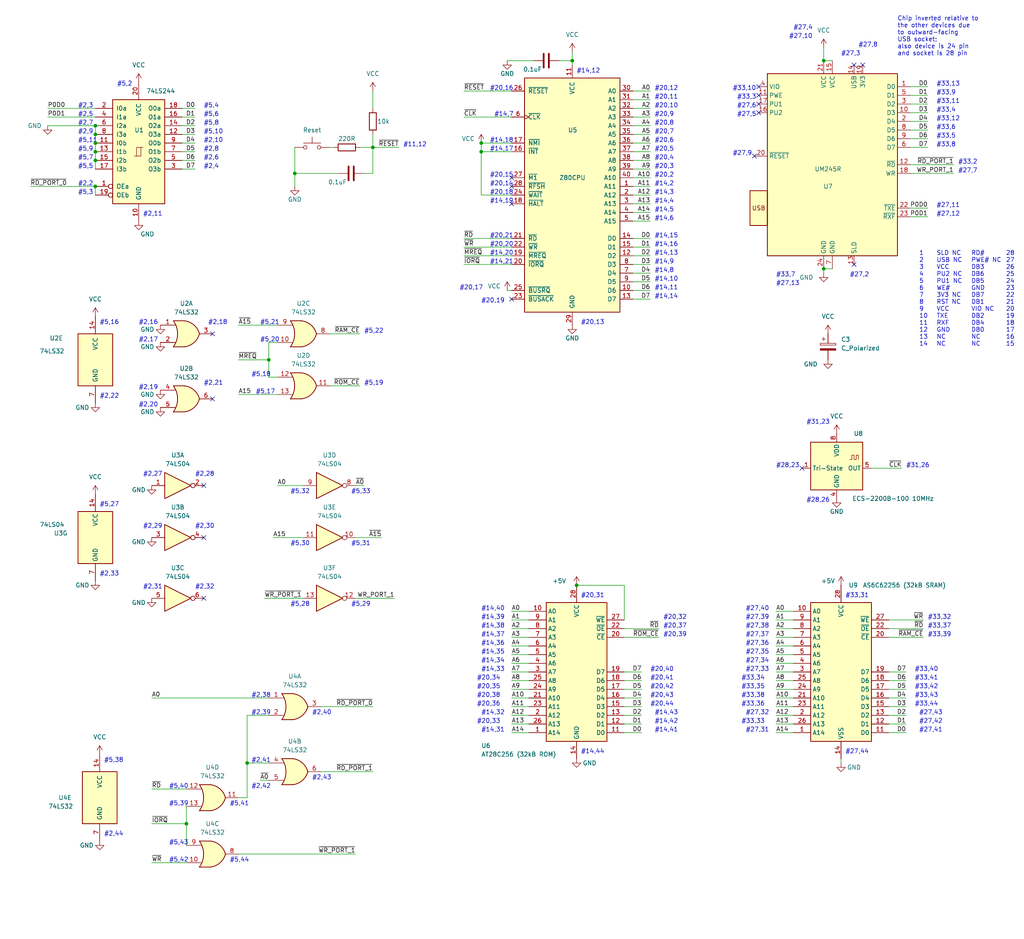
<source format=kicad_sch>
(kicad_sch (version 20230121) (generator eeschema)
  (paper "User" 299.999 275.006)
  (junction (at 54.61 241.3))
  (junction (at 140.97 41.91))
  (junction (at 167.64 17.78))
  (junction (at 27.94 41.91))
  (junction (at 78.74 105.41))
  (junction (at 86.36 50.8))
  (junction (at 27.94 46.99))
  (junction (at 27.94 39.37))
  (junction (at 241.3 17.78))
  (junction (at 109.22 43.18))
  (junction (at 27.94 54.61))
  (junction (at 140.97 44.45))
  (junction (at 241.3 78.74))
  (junction (at 27.94 36.83))
  (junction (at 72.39 223.52))
  (junction (at 27.94 44.45))
  (junction (at 168.91 171.45))
  (no_connect (at 59.69 175.26))
  (no_connect (at 62.23 97.79))
  (no_connect (at 222.25 30.48))
  (no_connect (at 222.25 27.94))
  (no_connect (at 222.25 33.02))
  (no_connect (at 149.86 87.63))
  (no_connect (at 252.73 19.05))
  (no_connect (at 250.19 19.05))
  (no_connect (at 149.86 52.07))
  (no_connect (at 220.98 45.72))
  (no_connect (at 250.19 77.47))
  (no_connect (at 59.69 142.24))
  (no_connect (at 62.23 116.84))
  (no_connect (at 149.86 54.61))
  (no_connect (at 59.69 157.48))
  (no_connect (at 149.86 59.69))
  (no_connect (at 222.25 25.4))
  (no_connect (at 234.95 137.16))
  (wire (pts (xy 53.34 41.91) (xy 57.15 41.91)))
  (wire (pts (xy 140.97 41.91) (xy 149.86 41.91)))
  (wire (pts (xy 185.42 77.47) (xy 190.5 77.47)))
  (wire (pts (xy 232.41 184.15) (xy 227.33 184.15)))
  (wire (pts (xy 266.7 27.94) (xy 271.78 27.94)))
  (wire (pts (xy 266.7 30.48) (xy 271.78 30.48)))
  (wire (pts (xy 185.42 41.91) (xy 190.5 41.91)))
  (wire (pts (xy 135.89 34.29) (xy 149.86 34.29)))
  (wire (pts (xy 182.88 196.85) (xy 187.96 196.85)))
  (wire (pts (xy 154.94 189.23) (xy 149.86 189.23)))
  (wire (pts (xy 148.59 17.78) (xy 156.21 17.78)))
  (wire (pts (xy 185.42 62.23) (xy 190.5 62.23)))
  (wire (pts (xy 76.2 228.6) (xy 78.74 228.6)))
  (wire (pts (xy 44.45 204.47) (xy 78.74 204.47)))
  (wire (pts (xy 232.41 207.01) (xy 227.33 207.01)))
  (wire (pts (xy 135.89 26.67) (xy 149.86 26.67)))
  (wire (pts (xy 260.35 214.63) (xy 265.43 214.63)))
  (wire (pts (xy 149.86 85.09) (xy 148.59 85.09)))
  (wire (pts (xy 154.94 199.39) (xy 149.86 199.39)))
  (wire (pts (xy 54.61 236.22) (xy 54.61 241.3)))
  (wire (pts (xy 185.42 34.29) (xy 190.5 34.29)))
  (wire (pts (xy 266.7 43.18) (xy 271.78 43.18)))
  (wire (pts (xy 182.88 201.93) (xy 187.96 201.93)))
  (wire (pts (xy 53.34 34.29) (xy 57.15 34.29)))
  (wire (pts (xy 232.41 189.23) (xy 227.33 189.23)))
  (wire (pts (xy 185.42 29.21) (xy 190.5 29.21)))
  (wire (pts (xy 232.41 204.47) (xy 227.33 204.47)))
  (wire (pts (xy 185.42 39.37) (xy 190.5 39.37)))
  (wire (pts (xy 27.94 46.99) (xy 27.94 49.53)))
  (wire (pts (xy 185.42 36.83) (xy 190.5 36.83)))
  (wire (pts (xy 13.97 34.29) (xy 27.94 34.29)))
  (wire (pts (xy 241.3 17.78) (xy 243.84 17.78)))
  (wire (pts (xy 44.45 252.73) (xy 54.61 252.73)))
  (wire (pts (xy 167.64 17.78) (xy 167.64 19.05)))
  (wire (pts (xy 96.52 97.79) (xy 105.41 97.79)))
  (wire (pts (xy 182.88 184.15) (xy 193.04 184.15)))
  (wire (pts (xy 54.61 241.3) (xy 54.61 247.65)))
  (wire (pts (xy 135.89 72.39) (xy 149.86 72.39)))
  (wire (pts (xy 86.36 54.61) (xy 86.36 50.8)))
  (wire (pts (xy 86.36 50.8) (xy 99.06 50.8)))
  (wire (pts (xy 96.52 113.03) (xy 105.41 113.03)))
  (wire (pts (xy 13.97 36.83) (xy 27.94 36.83)))
  (wire (pts (xy 266.7 50.8) (xy 279.4 50.8)))
  (wire (pts (xy 109.22 43.18) (xy 116.84 43.18)))
  (wire (pts (xy 241.3 78.74) (xy 243.84 78.74)))
  (wire (pts (xy 53.34 49.53) (xy 57.15 49.53)))
  (wire (pts (xy 260.35 186.69) (xy 270.51 186.69)))
  (wire (pts (xy 260.35 201.93) (xy 265.43 201.93)))
  (wire (pts (xy 44.45 231.14) (xy 54.61 231.14)))
  (wire (pts (xy 104.14 157.48) (xy 111.76 157.48)))
  (wire (pts (xy 260.35 196.85) (xy 265.43 196.85)))
  (wire (pts (xy 185.42 72.39) (xy 190.5 72.39)))
  (wire (pts (xy 81.28 142.24) (xy 88.9 142.24)))
  (wire (pts (xy 260.35 184.15) (xy 270.51 184.15)))
  (wire (pts (xy 140.97 44.45) (xy 149.86 44.45)))
  (wire (pts (xy 266.7 63.5) (xy 271.78 63.5)))
  (wire (pts (xy 185.42 82.55) (xy 190.5 82.55)))
  (wire (pts (xy 246.38 223.52) (xy 246.38 222.25)))
  (wire (pts (xy 78.74 209.55) (xy 72.39 209.55)))
  (wire (pts (xy 72.39 223.52) (xy 72.39 233.68)))
  (wire (pts (xy 185.42 85.09) (xy 190.5 85.09)))
  (wire (pts (xy 53.34 31.75) (xy 57.15 31.75)))
  (wire (pts (xy 154.94 179.07) (xy 149.86 179.07)))
  (wire (pts (xy 154.94 191.77) (xy 149.86 191.77)))
  (wire (pts (xy 27.94 46.99) (xy 27.94 44.45)))
  (wire (pts (xy 104.14 175.26) (xy 115.57 175.26)))
  (wire (pts (xy 106.68 50.8) (xy 109.22 50.8)))
  (wire (pts (xy 182.88 212.09) (xy 187.96 212.09)))
  (wire (pts (xy 260.35 181.61) (xy 270.51 181.61)))
  (wire (pts (xy 149.86 57.15) (xy 140.97 57.15)))
  (wire (pts (xy 266.7 48.26) (xy 279.4 48.26)))
  (wire (pts (xy 135.89 69.85) (xy 149.86 69.85)))
  (wire (pts (xy 185.42 46.99) (xy 190.5 46.99)))
  (wire (pts (xy 86.36 43.18) (xy 86.36 50.8)))
  (wire (pts (xy 232.41 194.31) (xy 227.33 194.31)))
  (wire (pts (xy 135.89 77.47) (xy 149.86 77.47)))
  (wire (pts (xy 78.74 105.41) (xy 78.74 110.49)))
  (wire (pts (xy 182.88 181.61) (xy 182.88 171.45)))
  (wire (pts (xy 241.3 13.97) (xy 241.3 17.78)))
  (wire (pts (xy 8.89 54.61) (xy 27.94 54.61)))
  (wire (pts (xy 182.88 214.63) (xy 187.96 214.63)))
  (wire (pts (xy 104.14 142.24) (xy 106.68 142.24)))
  (wire (pts (xy 266.7 35.56) (xy 271.78 35.56)))
  (wire (pts (xy 69.85 105.41) (xy 78.74 105.41)))
  (wire (pts (xy 266.7 25.4) (xy 271.78 25.4)))
  (wire (pts (xy 163.83 17.78) (xy 167.64 17.78)))
  (wire (pts (xy 185.42 26.67) (xy 190.5 26.67)))
  (wire (pts (xy 232.41 191.77) (xy 227.33 191.77)))
  (wire (pts (xy 81.28 100.33) (xy 78.74 100.33)))
  (wire (pts (xy 140.97 44.45) (xy 140.97 41.91)))
  (wire (pts (xy 53.34 44.45) (xy 57.15 44.45)))
  (wire (pts (xy 154.94 194.31) (xy 149.86 194.31)))
  (wire (pts (xy 182.88 186.69) (xy 193.04 186.69)))
  (wire (pts (xy 185.42 74.93) (xy 190.5 74.93)))
  (wire (pts (xy 69.85 115.57) (xy 81.28 115.57)))
  (wire (pts (xy 260.35 209.55) (xy 265.43 209.55)))
  (wire (pts (xy 182.88 199.39) (xy 187.96 199.39)))
  (wire (pts (xy 154.94 204.47) (xy 149.86 204.47)))
  (wire (pts (xy 105.41 43.18) (xy 109.22 43.18)))
  (wire (pts (xy 72.39 223.52) (xy 78.74 223.52)))
  (wire (pts (xy 140.97 57.15) (xy 140.97 44.45)))
  (wire (pts (xy 232.41 196.85) (xy 227.33 196.85)))
  (wire (pts (xy 185.42 31.75) (xy 190.5 31.75)))
  (wire (pts (xy 232.41 199.39) (xy 227.33 199.39)))
  (wire (pts (xy 135.89 74.93) (xy 149.86 74.93)))
  (wire (pts (xy 260.35 199.39) (xy 265.43 199.39)))
  (wire (pts (xy 109.22 50.8) (xy 109.22 43.18)))
  (wire (pts (xy 109.22 26.67) (xy 109.22 31.75)))
  (wire (pts (xy 93.98 207.01) (xy 109.22 207.01)))
  (wire (pts (xy 260.35 212.09) (xy 265.43 212.09)))
  (wire (pts (xy 266.7 40.64) (xy 271.78 40.64)))
  (wire (pts (xy 93.98 226.06) (xy 109.22 226.06)))
  (wire (pts (xy 78.74 105.41) (xy 78.74 100.33)))
  (wire (pts (xy 232.41 186.69) (xy 227.33 186.69)))
  (wire (pts (xy 185.42 59.69) (xy 190.5 59.69)))
  (wire (pts (xy 154.94 186.69) (xy 149.86 186.69)))
  (wire (pts (xy 185.42 57.15) (xy 190.5 57.15)))
  (wire (pts (xy 260.35 204.47) (xy 265.43 204.47)))
  (wire (pts (xy 232.41 209.55) (xy 227.33 209.55)))
  (wire (pts (xy 96.52 43.18) (xy 97.79 43.18)))
  (wire (pts (xy 182.88 209.55) (xy 187.96 209.55)))
  (wire (pts (xy 77.47 175.26) (xy 88.9 175.26)))
  (wire (pts (xy 232.41 201.93) (xy 227.33 201.93)))
  (wire (pts (xy 260.35 207.01) (xy 265.43 207.01)))
  (wire (pts (xy 154.94 184.15) (xy 149.86 184.15)))
  (wire (pts (xy 185.42 49.53) (xy 190.5 49.53)))
  (wire (pts (xy 80.01 157.48) (xy 88.9 157.48)))
  (wire (pts (xy 185.42 64.77) (xy 190.5 64.77)))
  (wire (pts (xy 72.39 233.68) (xy 69.85 233.68)))
  (wire (pts (xy 69.85 95.25) (xy 81.28 95.25)))
  (wire (pts (xy 13.97 31.75) (xy 27.94 31.75)))
  (wire (pts (xy 69.85 250.19) (xy 104.14 250.19)))
  (wire (pts (xy 266.7 60.96) (xy 271.78 60.96)))
  (wire (pts (xy 185.42 44.45) (xy 190.5 44.45)))
  (wire (pts (xy 232.41 181.61) (xy 227.33 181.61)))
  (wire (pts (xy 182.88 207.01) (xy 187.96 207.01)))
  (wire (pts (xy 109.22 39.37) (xy 109.22 43.18)))
  (wire (pts (xy 232.41 212.09) (xy 227.33 212.09)))
  (wire (pts (xy 53.34 39.37) (xy 57.15 39.37)))
  (wire (pts (xy 53.34 46.99) (xy 57.15 46.99)))
  (wire (pts (xy 266.7 38.1) (xy 271.78 38.1)))
  (wire (pts (xy 27.94 54.61) (xy 27.94 57.15)))
  (wire (pts (xy 185.42 52.07) (xy 190.5 52.07)))
  (wire (pts (xy 81.28 110.49) (xy 78.74 110.49)))
  (wire (pts (xy 154.94 201.93) (xy 149.86 201.93)))
  (wire (pts (xy 241.3 80.01) (xy 241.3 78.74)))
  (wire (pts (xy 53.34 36.83) (xy 57.15 36.83)))
  (wire (pts (xy 185.42 69.85) (xy 190.5 69.85)))
  (wire (pts (xy 154.94 196.85) (xy 149.86 196.85)))
  (wire (pts (xy 154.94 181.61) (xy 149.86 181.61)))
  (wire (pts (xy 154.94 207.01) (xy 149.86 207.01)))
  (wire (pts (xy 168.91 171.45) (xy 182.88 171.45)))
  (wire (pts (xy 149.86 212.09) (xy 154.94 212.09)))
  (wire (pts (xy 185.42 54.61) (xy 190.5 54.61)))
  (wire (pts (xy 27.94 39.37) (xy 27.94 41.91)))
  (wire (pts (xy 72.39 209.55) (xy 72.39 223.52)))
  (wire (pts (xy 232.41 214.63) (xy 227.33 214.63)))
  (wire (pts (xy 232.41 179.07) (xy 227.33 179.07)))
  (wire (pts (xy 167.64 15.24) (xy 167.64 17.78)))
  (wire (pts (xy 185.42 80.01) (xy 190.5 80.01)))
  (wire (pts (xy 27.94 36.83) (xy 27.94 39.37)))
  (wire (pts (xy 264.16 137.16) (xy 255.27 137.16)))
  (wire (pts (xy 149.86 214.63) (xy 154.94 214.63)))
  (wire (pts (xy 266.7 33.02) (xy 271.78 33.02)))
  (wire (pts (xy 154.94 209.55) (xy 149.86 209.55)))
  (wire (pts (xy 27.94 41.91) (xy 27.94 44.45)))
  (wire (pts (xy 185.42 87.63) (xy 190.5 87.63)))
  (wire (pts (xy 182.88 204.47) (xy 187.96 204.47)))
  (wire (pts (xy 44.45 241.3) (xy 54.61 241.3)))
  (text "#14,16" (at 191.77 72.39 0) (effects (font (size 1.27 1.27)) (justify left bottom)))
  (text "#2,22" (at 29.21 116.84 0) (effects (font (size 1.27 1.27)) (justify left bottom)))
  (text "#20,19" (at 140.97 88.9 0) (effects (font (size 1.27 1.27)) (justify left bottom)))
  (text "#27,38" (at 218.44 184.15 0) (effects (font (size 1.27 1.27)) (justify left bottom)))
  (text "#5,41" (at 67.31 236.22 0) (effects (font (size 1.27 1.27)) (justify left bottom)))
  (text "#20,38" (at 139.7 204.47 0) (effects (font (size 1.27 1.27)) (justify left bottom)))
  (text "#2,7" (at 22.86 36.83 0) (effects (font (size 1.27 1.27)) (justify left bottom)))
  (text "#5,43" (at 49.53 247.65 0) (effects (font (size 1.27 1.27)) (justify left bottom)))
  (text "#5,5" (at 22.86 49.53 0) (effects (font (size 1.27 1.27)) (justify left bottom)))
  (text "#20,2" (at 191.77 52.07 0) (effects (font (size 1.27 1.27)) (justify left bottom)))
  (text "#14,43" (at 191.77 209.55 0) (effects (font (size 1.27 1.27)) (justify left bottom)))
  (text "#20,43" (at 190.5 204.47 0) (effects (font (size 1.27 1.27)) (justify left bottom)))
  (text "#2,8" (at 59.69 44.45 0) (effects (font (size 1.27 1.27)) (justify left bottom)))
  (text "#33,4" (at 274.32 33.02 0) (effects (font (size 1.27 1.27)) (justify left bottom)))
  (text "#5,38" (at 30.48 223.52 0) (effects (font (size 1.27 1.27)) (justify left bottom)))
  (text "#2,20" (at 40.64 119.38 0) (effects (font (size 1.27 1.27)) (justify left bottom)))
  (text "#2,16" (at 40.64 95.25 0) (effects (font (size 1.27 1.27)) (justify left bottom)))
  (text "#33,35" (at 217.17 201.93 0) (effects (font (size 1.27 1.27)) (justify left bottom)))
  (text "#33,40" (at 267.97 196.85 0) (effects (font (size 1.27 1.27)) (justify left bottom)))
  (text "#14,7" (at 144.78 34.29 0) (effects (font (size 1.27 1.27)) (justify left bottom)))
  (text "#20,14" (at 143.51 54.61 0) (effects (font (size 1.27 1.27)) (justify left bottom)))
  (text "#33,32" (at 271.78 181.61 0) (effects (font (size 1.27 1.27)) (justify left bottom)))
  (text "#33,41" (at 267.97 199.39 0) (effects (font (size 1.27 1.27)) (justify left bottom)))
  (text "#5,42" (at 49.53 252.73 0) (effects (font (size 1.27 1.27)) (justify left bottom)))
  (text "#2,4" (at 59.69 49.53 0) (effects (font (size 1.27 1.27)) (justify left bottom)))
  (text "#20,5" (at 191.77 44.45 0) (effects (font (size 1.27 1.27)) (justify left bottom)))
  (text "#5,17" (at 74.93 115.57 0) (effects (font (size 1.27 1.27)) (justify left bottom)))
  (text "#5,3" (at 22.86 57.15 0) (effects (font (size 1.27 1.27)) (justify left bottom)))
  (text "#14,35" (at 140.97 191.77 0) (effects (font (size 1.27 1.27)) (justify left bottom)))
  (text "#27,3" (at 246.38 16.51 0) (effects (font (size 1.27 1.27)) (justify left bottom)))
  (text "#31,26" (at 265.43 137.16 0) (effects (font (size 1.27 1.27)) (justify left bottom)))
  (text "#11,12" (at 118.11 43.18 0) (effects (font (size 1.27 1.27)) (justify left bottom)))
  (text "#2,18" (at 60.96 95.25 0) (effects (font (size 1.27 1.27)) (justify left bottom)))
  (text "#20,6" (at 191.77 41.91 0) (effects (font (size 1.27 1.27)) (justify left bottom)))
  (text "#14,4" (at 191.77 59.69 0) (effects (font (size 1.27 1.27)) (justify left bottom)))
  (text "#14,37" (at 140.97 186.69 0) (effects (font (size 1.27 1.27)) (justify left bottom)))
  (text "#33,10" (at 214.63 26.67 0) (effects (font (size 1.27 1.27)) (justify left bottom)))
  (text "#20,11" (at 191.77 29.21 0) (effects (font (size 1.27 1.27)) (justify left bottom)))
  (text "#2,38" (at 73.66 204.47 0) (effects (font (size 1.27 1.27)) (justify left bottom)))
  (text "#27,2" (at 248.92 81.28 0) (effects (font (size 1.27 1.27)) (justify left bottom)))
  (text "#33,43" (at 267.97 204.47 0) (effects (font (size 1.27 1.27)) (justify left bottom)))
  (text "#20,15" (at 143.51 52.07 0) (effects (font (size 1.27 1.27)) (justify left bottom)))
  (text "#27,37" (at 218.44 186.69 0) (effects (font (size 1.27 1.27)) (justify left bottom)))
  (text "#14,5" (at 191.77 62.23 0) (effects (font (size 1.27 1.27)) (justify left bottom)))
  (text "#2,17" (at 40.64 100.33 0) (effects (font (size 1.27 1.27)) (justify left bottom)))
  (text "#14,15" (at 191.77 69.85 0) (effects (font (size 1.27 1.27)) (justify left bottom)))
  (text "#14,10" (at 191.77 82.55 0) (effects (font (size 1.27 1.27)) (justify left bottom)))
  (text "#20,16" (at 143.51 26.67 0) (effects (font (size 1.27 1.27)) (justify left bottom)))
  (text "#5,19" (at 106.68 113.03 0) (effects (font (size 1.27 1.27)) (justify left bottom)))
  (text "#2,41" (at 73.66 223.52 0) (effects (font (size 1.27 1.27)) (justify left bottom)))
  (text "#14,36" (at 140.97 189.23 0) (effects (font (size 1.27 1.27)) (justify left bottom)))
  (text "#5,6" (at 59.69 34.29 0) (effects (font (size 1.27 1.27)) (justify left bottom)))
  (text "#2,43" (at 91.44 228.6 0) (effects (font (size 1.27 1.27)) (justify left bottom)))
  (text "#2,40" (at 91.44 209.55 0) (effects (font (size 1.27 1.27)) (justify left bottom)))
  (text "#27,35" (at 218.44 191.77 0) (effects (font (size 1.27 1.27)) (justify left bottom)))
  (text "#14,20" (at 143.51 74.93 0) (effects (font (size 1.27 1.27)) (justify left bottom)))
  (text "#20,39" (at 194.31 186.69 0) (effects (font (size 1.27 1.27)) (justify left bottom)))
  (text "#14,9" (at 191.77 77.47 0) (effects (font (size 1.27 1.27)) (justify left bottom)))
  (text "#20,42" (at 190.5 201.93 0) (effects (font (size 1.27 1.27)) (justify left bottom)))
  (text "#27,8" (at 251.46 13.97 0) (effects (font (size 1.27 1.27)) (justify left bottom)))
  (text "#14,31" (at 140.97 214.63 0) (effects (font (size 1.27 1.27)) (justify left bottom)))
  (text "#33,7" (at 227.33 81.28 0) (effects (font (size 1.27 1.27)) (justify left bottom)))
  (text "#14,38" (at 140.97 184.15 0) (effects (font (size 1.27 1.27)) (justify left bottom)))
  (text "#5,29" (at 102.87 177.8 0) (effects (font (size 1.27 1.27)) (justify left bottom)))
  (text "#5,2" (at 34.29 25.4 0) (effects (font (size 1.27 1.27)) (justify left bottom)))
  (text "#33,9" (at 274.32 27.94 0) (effects (font (size 1.27 1.27)) (justify left bottom)))
  (text "#27,12" (at 274.32 63.5 0) (effects (font (size 1.27 1.27)) (justify left bottom)))
  (text "#14,19" (at 143.51 59.69 0) (effects (font (size 1.27 1.27)) (justify left bottom)))
  (text "#20,7" (at 191.77 39.37 0) (effects (font (size 1.27 1.27)) (justify left bottom)))
  (text "#2,27" (at 41.91 139.7 0) (effects (font (size 1.27 1.27)) (justify left bottom)))
  (text "Chip inverted relative to \nthe other devices due\nto outward-facing \nUSB socket; \nalso device is 24 pin\nand socket is 28 pin" (at 262.89 16.51 0) (effects (font (size 1.27 1.27)) (justify left bottom)))
  (text "#5,28" (at 85.09 177.8 0) (effects (font (size 1.27 1.27)) (justify left bottom)))
  (text "#20,36" (at 139.7 207.01 0) (effects (font (size 1.27 1.27)) (justify left bottom)))
  (text "#14,3" (at 191.77 57.15 0) (effects (font (size 1.27 1.27)) (justify left bottom)))
  (text "#2,19" (at 40.64 114.3 0) (effects (font (size 1.27 1.27)) (justify left bottom)))
  (text "#5,40" (at 49.53 231.14 0) (effects (font (size 1.27 1.27)) (justify left bottom)))
  (text "#5,22" (at 106.68 97.79 0) (effects (font (size 1.27 1.27)) (justify left bottom)))
  (text "#33,12" (at 274.32 35.56 0) (effects (font (size 1.27 1.27)) (justify left bottom)))
  (text "#27,36" (at 218.44 189.23 0) (effects (font (size 1.27 1.27)) (justify left bottom)))
  (text "#5,18" (at 73.66 110.49 0) (effects (font (size 1.27 1.27)) (justify left bottom)))
  (text "#27,40" (at 218.44 179.07 0) (effects (font (size 1.27 1.27)) (justify left bottom)))
  (text "#14,2" (at 191.77 54.61 0) (effects (font (size 1.27 1.27)) (justify left bottom)))
  (text "#2,32" (at 57.15 172.72 0) (effects (font (size 1.27 1.27)) (justify left bottom)))
  (text "#33,33" (at 217.17 212.09 0) (effects (font (size 1.27 1.27)) (justify left bottom)))
  (text "#20,20" (at 143.51 72.39 0) (effects (font (size 1.27 1.27)) (justify left bottom)))
  (text "#5,9" (at 22.86 44.45 0) (effects (font (size 1.27 1.27)) (justify left bottom)))
  (text "#20,34" (at 139.7 199.39 0) (effects (font (size 1.27 1.27)) (justify left bottom)))
  (text "#27,41" (at 269.24 214.63 0) (effects (font (size 1.27 1.27)) (justify left bottom)))
  (text "#5,11" (at 22.86 41.91 0) (effects (font (size 1.27 1.27)) (justify left bottom)))
  (text "#27,13" (at 227.33 83.82 0) (effects (font (size 1.27 1.27)) (justify left bottom)))
  (text "#33,31" (at 247.65 175.26 0) (effects (font (size 1.27 1.27)) (justify left bottom)))
  (text "#20,31" (at 170.18 175.26 0) (effects (font (size 1.27 1.27)) (justify left bottom)))
  (text "#20,8" (at 191.77 36.83 0) (effects (font (size 1.27 1.27)) (justify left bottom)))
  (text "#2,21" (at 59.69 113.03 0) (effects (font (size 1.27 1.27)) (justify left bottom)))
  (text "#28,26" (at 236.22 147.32 0) (effects (font (size 1.27 1.27)) (justify left bottom)))
  (text "#33,13" (at 274.32 25.4 0) (effects (font (size 1.27 1.27)) (justify left bottom)))
  (text "#14,18" (at 143.51 41.91 0) (effects (font (size 1.27 1.27)) (justify left bottom)))
  (text "#27,10" (at 231.14 11.43 0) (effects (font (size 1.27 1.27)) (justify left bottom)))
  (text "#5,16" (at 29.21 95.25 0) (effects (font (size 1.27 1.27)) (justify left bottom)))
  (text "#14,8" (at 191.77 80.01 0) (effects (font (size 1.27 1.27)) (justify left bottom)))
  (text "#33,34" (at 217.17 199.39 0) (effects (font (size 1.27 1.27)) (justify left bottom)))
  (text "#5,10" (at 59.69 39.37 0) (effects (font (size 1.27 1.27)) (justify left bottom)))
  (text "#33,11" (at 274.32 30.48 0) (effects (font (size 1.27 1.27)) (justify left bottom)))
  (text "#14,40" (at 140.97 179.07 0) (effects (font (size 1.27 1.27)) (justify left bottom)))
  (text "#14,33" (at 140.97 196.85 0) (effects (font (size 1.27 1.27)) (justify left bottom)))
  (text "#20,10" (at 191.77 31.75 0) (effects (font (size 1.27 1.27)) (justify left bottom)))
  (text "28\n27\n26\n25\n24\n23\n22\n21\n20\n19\n18\n17\n16\n15" (at 294.64 101.6 0) (effects (font (size 1.27 1.27)) (justify left bottom)))
  (text "#27,33" (at 218.44 196.85 0) (effects (font (size 1.27 1.27)) (justify left bottom)))
  (text "#2,3" (at 22.86 31.75 0) (effects (font (size 1.27 1.27)) (justify left bottom)))
  (text "#5,30" (at 85.09 160.02 0) (effects (font (size 1.27 1.27)) (justify left bottom)))
  (text "RD#\nPWE# NC\nDB3\nDB6\nDB5\nGND\nDB7\nDB1\nVIO NC\nDB2\nDB4\nDB0\nNC\nNC" (at 284.48 101.6 0) (effects (font (size 1.27 1.27)) (justify left bottom)))
  (text "#20,32" (at 194.31 181.61 0) (effects (font (size 1.27 1.27)) (justify left bottom)))
  (text "#20,40" (at 190.5 196.85 0) (effects (font (size 1.27 1.27)) (justify left bottom)))
  (text "#20,41" (at 190.5 199.39 0) (effects (font (size 1.27 1.27)) (justify left bottom)))
  (text "#14,17" (at 143.51 44.45 0) (effects (font (size 1.27 1.27)) (justify left bottom)))
  (text "#14,12" (at 168.91 21.59 0) (effects (font (size 1.27 1.27)) (justify left bottom)))
  (text "#5,44" (at 67.31 252.73 0) (effects (font (size 1.27 1.27)) (justify left bottom)))
  (text "#27,4" (at 232.41 8.89 0) (effects (font (size 1.27 1.27)) (justify left bottom)))
  (text "#2,42" (at 73.66 231.14 0) (effects (font (size 1.27 1.27)) (justify left bottom)))
  (text "#27,44" (at 247.65 220.98 0) (effects (font (size 1.27 1.27)) (justify left bottom)))
  (text "#14,39" (at 140.97 181.61 0) (effects (font (size 1.27 1.27)) (justify left bottom)))
  (text "#33,6" (at 274.32 38.1 0) (effects (font (size 1.27 1.27)) (justify left bottom)))
  (text "#27,5" (at 215.9 34.29 0) (effects (font (size 1.27 1.27)) (justify left bottom)))
  (text "#27,11" (at 274.32 60.96 0) (effects (font (size 1.27 1.27)) (justify left bottom)))
  (text "#5,39" (at 49.53 236.22 0) (effects (font (size 1.27 1.27)) (justify left bottom)))
  (text "#33,44" (at 267.97 207.01 0) (effects (font (size 1.27 1.27)) (justify left bottom)))
  (text "#33,42" (at 267.97 201.93 0) (effects (font (size 1.27 1.27)) (justify left bottom)))
  (text "#14,11" (at 191.77 85.09 0) (effects (font (size 1.27 1.27)) (justify left bottom)))
  (text "#14,13" (at 191.77 74.93 0) (effects (font (size 1.27 1.27)) (justify left bottom)))
  (text "#20,44" (at 190.5 207.01 0) (effects (font (size 1.27 1.27)) (justify left bottom)))
  (text "#2,2" (at 22.86 54.61 0) (effects (font (size 1.27 1.27)) (justify left bottom)))
  (text "#27,34" (at 218.44 194.31 0) (effects (font (size 1.27 1.27)) (justify left bottom)))
  (text "#14,14" (at 191.77 87.63 0) (effects (font (size 1.27 1.27)) (justify left bottom)))
  (text "#5,20" (at 76.2 100.33 0) (effects (font (size 1.27 1.27)) (justify left bottom)))
  (text "#27,9" (at 214.63 45.72 0) (effects (font (size 1.27 1.27)) (justify left bottom)))
  (text "#27,6" (at 215.9 31.75 0) (effects (font (size 1.27 1.27)) (justify left bottom)))
  (text "#2,39" (at 73.66 209.55 0) (effects (font (size 1.27 1.27)) (justify left bottom)))
  (text "#20,21" (at 143.51 69.85 0) (effects (font (size 1.27 1.27)) (justify left bottom)))
  (text "#5,31" (at 102.87 160.02 0) (effects (font (size 1.27 1.27)) (justify left bottom)))
  (text "#2,30" (at 57.15 154.94 0) (effects (font (size 1.27 1.27)) (justify left bottom)))
  (text "#20,35" (at 139.7 201.93 0) (effects (font (size 1.27 1.27)) (justify left bottom)))
  (text "#20,12" (at 191.77 26.67 0) (effects (font (size 1.27 1.27)) (justify left bottom)))
  (text "#28,23" (at 227.33 137.16 0) (effects (font (size 1.27 1.27)) (justify left bottom)))
  (text "#14,44" (at 170.18 220.98 0) (effects (font (size 1.27 1.27)) (justify left bottom)))
  (text "#27,42" (at 269.24 212.09 0) (effects (font (size 1.27 1.27)) (justify left bottom)))
  (text "#27,32" (at 218.44 209.55 0) (effects (font (size 1.27 1.27)) (justify left bottom)))
  (text "#14,34" (at 140.97 194.31 0) (effects (font (size 1.27 1.27)) (justify left bottom)))
  (text "#14,32" (at 140.97 209.55 0) (effects (font (size 1.27 1.27)) (justify left bottom)))
  (text "#5,8" (at 59.69 36.83 0) (effects (font (size 1.27 1.27)) (justify left bottom)))
  (text "#5,27" (at 29.21 148.59 0) (effects (font (size 1.27 1.27)) (justify left bottom)))
  (text "#27,43" (at 269.24 209.55 0) (effects (font (size 1.27 1.27)) (justify left bottom)))
  (text "#33,3" (at 215.9 29.21 0) (effects (font (size 1.27 1.27)) (justify left bottom)))
  (text "#2,33" (at 29.21 168.91 0) (effects (font (size 1.27 1.27)) (justify left bottom)))
  (text "#20,33" (at 139.7 212.09 0) (effects (font (size 1.27 1.27)) (justify left bottom)))
  (text "#33,8" (at 274.32 43.18 0) (effects (font (size 1.27 1.27)) (justify left bottom)))
  (text "#5,32" (at 85.09 144.78 0) (effects (font (size 1.27 1.27)) (justify left bottom)))
  (text "#33,38" (at 217.17 204.47 0) (effects (font (size 1.27 1.27)) (justify left bottom)))
  (text "#33,37" (at 271.78 184.15 0) (effects (font (size 1.27 1.27)) (justify left bottom)))
  (text "#14,41" (at 191.77 214.63 0) (effects (font (size 1.27 1.27)) (justify left bottom)))
  (text "#27,31" (at 218.44 214.63 0) (effects (font (size 1.27 1.27)) (justify left bottom)))
  (text "#27,7" (at 280.67 50.8 0) (effects (font (size 1.27 1.27)) (justify left bottom)))
  (text "#5,7" (at 22.86 46.99 0) (effects (font (size 1.27 1.27)) (justify left bottom)))
  (text "#33,36" (at 217.17 207.01 0) (effects (font (size 1.27 1.27)) (justify left bottom)))
  (text "#33,5" (at 274.32 40.64 0) (effects (font (size 1.27 1.27)) (justify left bottom)))
  (text "#2,5" (at 22.86 34.29 0) (effects (font (size 1.27 1.27)) (justify left bottom)))
  (text "#20,37" (at 194.31 184.15 0) (effects (font (size 1.27 1.27)) (justify left bottom)))
  (text "#2,6" (at 59.69 46.99 0) (effects (font (size 1.27 1.27)) (justify left bottom)))
  (text "#20,18" (at 143.51 57.15 0) (effects (font (size 1.27 1.27)) (justify left bottom)))
  (text "#2,31" (at 41.91 172.72 0) (effects (font (size 1.27 1.27)) (justify left bottom)))
  (text "#14,6" (at 191.77 64.77 0) (effects (font (size 1.27 1.27)) (justify left bottom)))
  (text "#2,44" (at 30.48 245.11 0) (effects (font (size 1.27 1.27)) (justify left bottom)))
  (text "#20,4" (at 191.77 46.99 0) (effects (font (size 1.27 1.27)) (justify left bottom)))
  (text "#33,2" (at 280.67 48.26 0) (effects (font (size 1.27 1.27)) (justify left bottom)))
  (text "#2,29" (at 41.91 154.94 0) (effects (font (size 1.27 1.27)) (justify left bottom)))
  (text "1\n2\n3\n4\n5\n6\n7\n8\n9\n10\n11\n12\n13\n14" (at 269.24 101.6 0) (effects (font (size 1.27 1.27)) (justify left bottom)))
  (text "#2,11" (at 41.91 63.5 0) (effects (font (size 1.27 1.27)) (justify left bottom)))
  (text "#5,4" (at 59.69 31.75 0) (effects (font (size 1.27 1.27)) (justify left bottom)))
  (text "#31,23" (at 236.22 124.46 0) (effects (font (size 1.27 1.27)) (justify left bottom)))
  (text "#33,39" (at 271.78 186.69 0) (effects (font (size 1.27 1.27)) (justify left bottom)))
  (text "#2,9" (at 22.86 39.37 0) (effects (font (size 1.27 1.27)) (justify left bottom)))
  (text "#2,28" (at 57.15 139.7 0) (effects (font (size 1.27 1.27)) (justify left bottom)))
  (text "#5,21" (at 76.2 95.25 0) (effects (font (size 1.27 1.27)) (justify left bottom)))
  (text "#14,42" (at 191.77 212.09 0) (effects (font (size 1.27 1.27)) (justify left bottom)))
  (text "#20,3" (at 191.77 49.53 0) (effects (font (size 1.27 1.27)) (justify left bottom)))
  (text "#20,9" (at 191.77 34.29 0) (effects (font (size 1.27 1.27)) (justify left bottom)))
  (text "SLD NC\nUSB NC\nVCC\nPU2 NC\nPU1 NC\nWE#\n3V3 NC\nRST NC\nVCC\nTXE\nRXF\nGND\nNC\nNC" (at 274.32 101.6 0) (effects (font (size 1.27 1.27)) (justify left bottom)))
  (text "#14,21" (at 143.51 77.47 0) (effects (font (size 1.27 1.27)) (justify left bottom)))
  (text "#20,17" (at 134.62 85.09 0) (effects (font (size 1.27 1.27)) (justify left bottom)))
  (text "#27,39" (at 218.44 181.61 0) (effects (font (size 1.27 1.27)) (justify left bottom)))
  (text "#2,10" (at 59.69 41.91 0) (effects (font (size 1.27 1.27)) (justify left bottom)))
  (text "#20,13" (at 170.18 95.25 0) (effects (font (size 1.27 1.27)) (justify left bottom)))
  (text "#5,33" (at 102.87 144.78 0) (effects (font (size 1.27 1.27)) (justify left bottom)))
  (label "D6" (at 265.43 199.39 180))
  (label "D0" (at 57.15 31.75 180))
  (label "A6" (at 190.5 41.91 180))
  (label "D4" (at 265.43 204.47 180))
  (label "~{RAM_CE}" (at 270.51 186.69 180))
  (label "A8" (at 227.33 199.39 0))
  (label "~{CLK}" (at 264.16 137.16 180))
  (label "~{RD}" (at 193.04 184.15 180))
  (label "A11" (at 149.86 207.01 0))
  (label "D0" (at 190.5 69.85 180))
  (label "D7" (at 187.96 196.85 180))
  (label "~{MREQ}" (at 135.89 74.93 0))
  (label "D0" (at 271.78 25.4 180))
  (label "D1" (at 271.78 27.94 180))
  (label "~{WR_PORT_1}" (at 104.14 250.19 180))
  (label "A1" (at 149.86 181.61 0))
  (label "A13" (at 190.5 59.69 180))
  (label "D4" (at 187.96 204.47 180))
  (label "A6" (at 149.86 194.31 0))
  (label "A3" (at 149.86 186.69 0))
  (label "D5" (at 57.15 44.45 180))
  (label "~{ROM_CE}" (at 105.41 113.03 180))
  (label "A13" (at 227.33 212.09 0))
  (label "A5" (at 227.33 191.77 0))
  (label "A3" (at 227.33 186.69 0))
  (label "A14" (at 227.33 214.63 0))
  (label "A4" (at 190.5 36.83 180))
  (label "~{IORQ}" (at 135.89 77.47 0))
  (label "D1" (at 190.5 72.39 180))
  (label "~{RD}" (at 135.89 69.85 0))
  (label "A15" (at 80.01 157.48 0))
  (label "D6" (at 190.5 85.09 180))
  (label "~{WR}" (at 44.45 252.73 0))
  (label "A2" (at 227.33 184.15 0))
  (label "P0D0" (at 271.78 60.96 180))
  (label "A7" (at 190.5 44.45 180))
  (label "A2" (at 149.86 184.15 0))
  (label "D1" (at 265.43 212.09 180))
  (label "A15" (at 69.85 115.57 0))
  (label "~{RD_PORT_0}" (at 8.89 54.61 0))
  (label "~{RD_PORT_0}" (at 109.22 207.01 180))
  (label "P0D0" (at 13.97 31.75 0))
  (label "A11" (at 190.5 54.61 180))
  (label "D5" (at 265.43 201.93 180))
  (label "D6" (at 57.15 46.99 180))
  (label "A7" (at 227.33 196.85 0))
  (label "~{RD_PORT_1}" (at 109.22 226.06 180))
  (label "~{RD}" (at 270.51 184.15 180))
  (label "A4" (at 149.86 189.23 0))
  (label "D4" (at 190.5 80.01 180))
  (label "D7" (at 271.78 43.18 180))
  (label "D3" (at 57.15 39.37 180))
  (label "P0D1" (at 13.97 34.29 0))
  (label "D7" (at 265.43 196.85 180))
  (label "~{ROM_CE}" (at 193.04 186.69 180))
  (label "A12" (at 190.5 57.15 180))
  (label "D5" (at 190.5 82.55 180))
  (label "A10" (at 190.5 52.07 180))
  (label "D6" (at 271.78 40.64 180))
  (label "A13" (at 149.86 212.09 0))
  (label "D2" (at 57.15 36.83 180))
  (label "A14" (at 149.86 214.63 0))
  (label "A12" (at 149.86 209.55 0))
  (label "WR_PORT_1" (at 279.4 50.8 180))
  (label "A11" (at 227.33 207.01 0))
  (label "WR_PORT_1" (at 115.57 175.26 180))
  (label "D3" (at 265.43 207.01 180))
  (label "~{A0}" (at 76.2 228.6 0))
  (label "D3" (at 271.78 33.02 180))
  (label "A8" (at 190.5 46.99 180))
  (label "D0" (at 265.43 214.63 180))
  (label "A0" (at 81.28 142.24 0))
  (label "A5" (at 149.86 191.77 0))
  (label "~{A15}" (at 111.76 157.48 180))
  (label "~{IORQ}" (at 44.45 241.3 0))
  (label "~{RAM_CE}" (at 105.41 97.79 180))
  (label "A9" (at 149.86 201.93 0))
  (label "~{RESET}" (at 116.84 43.18 180))
  (label "~{WR}" (at 135.89 72.39 0))
  (label "A9" (at 227.33 201.93 0))
  (label "~{A15}" (at 69.85 95.25 0))
  (label "A7" (at 149.86 196.85 0))
  (label "D3" (at 190.5 77.47 180))
  (label "A0" (at 190.5 26.67 180))
  (label "A0" (at 44.45 204.47 0))
  (label "D3" (at 187.96 207.01 180))
  (label "A8" (at 149.86 199.39 0))
  (label "D7" (at 190.5 87.63 180))
  (label "A10" (at 227.33 204.47 0))
  (label "~{MREQ}" (at 69.85 105.41 0))
  (label "D4" (at 271.78 35.56 180))
  (label "D7" (at 57.15 49.53 180))
  (label "~{CLK}" (at 135.89 34.29 0))
  (label "~{A0}" (at 106.68 142.24 180))
  (label "D2" (at 271.78 30.48 180))
  (label "A0" (at 149.86 179.07 0))
  (label "D5" (at 271.78 38.1 180))
  (label "A1" (at 190.5 29.21 180))
  (label "A6" (at 227.33 194.31 0))
  (label "D4" (at 57.15 41.91 180))
  (label "D1" (at 187.96 212.09 180))
  (label "A3" (at 190.5 34.29 180))
  (label "~{WR}" (at 270.51 181.61 180))
  (label "P0D1" (at 271.78 63.5 180))
  (label "A4" (at 227.33 189.23 0))
  (label "D2" (at 265.43 209.55 180))
  (label "~{RD_PORT_1}" (at 279.4 48.26 180))
  (label "A15" (at 190.5 64.77 180))
  (label "A1" (at 227.33 181.61 0))
  (label "A2" (at 190.5 31.75 180))
  (label "A14" (at 190.5 62.23 180))
  (label "A0" (at 227.33 179.07 0))
  (label "D0" (at 187.96 214.63 180))
  (label "~{RD}" (at 44.45 231.14 0))
  (label "~{RESET}" (at 135.89 26.67 0))
  (label "A10" (at 149.86 204.47 0))
  (label "A5" (at 190.5 39.37 180))
  (label "D1" (at 57.15 34.29 180))
  (label "A9" (at 190.5 49.53 180))
  (label "D2" (at 187.96 209.55 180))
  (label "D6" (at 187.96 199.39 180))
  (label "D5" (at 187.96 201.93 180))
  (label "~{WR_PORT_1}" (at 77.47 175.26 0))
  (label "D2" (at 190.5 74.93 180))
  (label "A12" (at 227.33 209.55 0))
  (symbol (lib_id "74xx:74LS04") (at 52.07 142.24 0) (unit 1)
    (property "Reference" "U3" (at 52.07 133.35 0))
    (property "Value" "74LS04" (at 52.07 135.89 0))
    (property "Datasheet" "http://www.ti.com/lit/gpn/sn74LS04" (effects hide))
  )
  (symbol (lib_id "power:VCC") (at 27.94 92.71 0) (unit 1)
    (property "Reference" "#PWR04" (effects hide))
    (property "Value" "VCC" (at 27.94 87.63 0))
  )
  (symbol (lib_name "GND_2") (lib_id "power:GND") (at 40.64 64.77 0) (unit 1)
    (property "Reference" "#PWR03" (effects hide))
    (property "Value" "GND" (at 43.18 68.58 0))
  )
  (symbol (lib_name "GND_1") (lib_id "power:GND") (at 242.57 105.41 0) (unit 1)
    (property "Reference" "#PWR029" (effects hide))
    (property "Value" "GND" (at 237.49 106.68 0))
  )
  (symbol (lib_id "74xx:74LS32") (at 86.36 226.06 0) (unit 2)
    (property "Reference" "U4" (at 86.36 217.17 0))
    (property "Value" "74LS32" (at 86.36 219.71 0))
    (property "Datasheet" "http://www.ti.com/lit/gpn/sn74LS32" (effects hide))
  )
  (symbol (lib_id "Device:R") (at 101.6 43.18 270) (unit 1)
    (property "Reference" "R1" (effects hide))
    (property "Value" "220R" (at 101.6 40.64 90))
  )
  (symbol (lib_name "GND_2") (lib_id "power:GND") (at 44.45 157.48 0) (unit 1)
    (property "Reference" "#PWR011" (effects hide))
    (property "Value" "GND" (at 40.64 158.75 0))
  )
  (symbol (lib_id "power:VCC") (at 148.59 85.09 0) (unit 1)
    (property "Reference" "#PWR021" (effects hide))
    (property "Value" "VCC" (at 144.78 83.82 0))
  )
  (symbol (lib_id "power:VCC") (at 27.94 144.78 0) (unit 1)
    (property "Reference" "#PWR06" (effects hide))
    (property "Value" "VCC" (at 27.94 139.7 0))
  )
  (symbol (lib_id "power:VCC") (at 167.64 15.24 0) (unit 1)
    (property "Reference" "#PWR022" (effects hide))
    (property "Value" "VCC" (at 167.64 10.16 0))
  )
  (symbol (lib_id "AS6C62256:AS6C62256-55PCN") (at 232.41 179.07 0) (unit 1)
    (property "Reference" "U9" (at 248.5741 171.45 0) (effects (justify left)))
    (property "Value" "AS6C62256 (32kB SRAM)" (at 252.73 171.45 0) (effects (justify left)))
    (property "Footprint" "DIP1587W140P254L3632H381Q28N" (effects hide))
    (property "Datasheet" "https://componentsearchengine.com/Datasheets/1/AS6C62256-55PCN.pdf" (effects hide))
    (property "Height" "3.81" (effects hide))
    (property "Mouser Part Number" "913-AS6C62256-55PCN" (effects hide))
    (property "Mouser Price/Stock" "https://www.mouser.co.uk/ProductDetail/Alliance-Memory/AS6C62256-55PCN?qs=LD2UibpCYJqgbIupMJnGTQ%3D%3D" (effects hide))
    (property "Manufacturer_Name" "Alliance Memory" (effects hide))
    (property "Manufacturer_Part_Number" "AS6C62256-55PCN" (effects hide))
  )
  (symbol (lib_id "power:VCC") (at 245.11 127 0) (unit 1)
    (property "Reference" "#PWR030" (effects hide))
    (property "Value" "VCC" (at 245.11 121.92 0))
  )
  (symbol (lib_id "74xx:74LS244") (at 40.64 44.45 0) (unit 1)
    (property "Reference" "U1" (at 39.37 38.1 0) (effects (justify left)))
    (property "Value" "74LS244" (at 42.8341 26.67 0) (effects (justify left)))
    (property "Datasheet" "http://www.ti.com/lit/ds/symlink/sn74ls244.pdf" (effects hide))
  )
  (symbol (lib_id "74xx:74LS32") (at 27.94 105.41 0) (unit 5)
    (property "Reference" "U2" (at 16.51 99.06 0))
    (property "Value" "74LS32" (at 15.24 102.87 0))
    (property "Datasheet" "http://www.ti.com/lit/gpn/sn74LS32" (effects hide))
  )
  (symbol (lib_id "74xx:74LS04") (at 27.94 157.48 0) (unit 7)
    (property "Reference" "U3" (at 17.78 156.21 0))
    (property "Value" "74LS04" (at 15.24 153.67 0))
    (property "Datasheet" "http://www.ti.com/lit/gpn/sn74LS04" (effects hide))
  )
  (symbol (lib_id "74xx:74LS32") (at 29.21 233.68 0) (unit 5)
    (property "Reference" "U4" (at 19.05 233.68 0))
    (property "Value" "74LS32" (at 17.78 236.22 0))
    (property "Datasheet" "http://www.ti.com/lit/gpn/sn74LS32" (effects hide))
  )
  (symbol (lib_id "power:+5V") (at 168.91 171.45 0) (unit 1)
    (property "Reference" "#PWR024" (effects hide))
    (property "Value" "+5V" (at 163.83 170.18 0))
  )
  (symbol (lib_id "power:VCC") (at 242.57 97.79 0) (unit 1)
    (property "Reference" "#PWR028" (effects hide))
    (property "Value" "VCC" (at 242.57 92.71 0))
  )
  (symbol (lib_id "UM245R:UM245R") (at 242.57 49.53 0) (unit 1)
    (property "Reference" "U7" (at 242.57 54.61 0))
    (property "Value" "UM245R" (at 242.57 49.53 0))
  )
  (symbol (lib_id "74xx:74LS32") (at 54.61 97.79 0) (unit 1)
    (property "Reference" "U2" (at 54.61 88.9 0))
    (property "Value" "74LS32" (at 54.61 91.44 0))
    (property "Datasheet" "http://www.ti.com/lit/gpn/sn74LS32" (effects hide))
  )
  (symbol (lib_id "74xx:74LS32") (at 88.9 113.03 0) (unit 4)
    (property "Reference" "U2" (at 88.9 104.14 0))
    (property "Value" "74LS32" (at 88.9 106.68 0))
    (property "Datasheet" "http://www.ti.com/lit/gpn/sn74LS32" (effects hide))
  )
  (symbol (lib_name "GND_1") (lib_id "power:GND") (at 167.64 95.25 0) (unit 1)
    (property "Reference" "#PWR023" (effects hide))
    (property "Value" "GND" (at 167.64 99.06 0))
  )
  (symbol (lib_id "power:VCC") (at 109.22 26.67 0) (unit 1)
    (property "Reference" "#PWR018" (effects hide))
    (property "Value" "VCC" (at 109.22 21.59 0))
  )
  (symbol (lib_id "Device:C") (at 102.87 50.8 270) (unit 1)
    (property "Reference" "C1" (effects hide))
    (property "Value" "0.1uF" (at 101.6 53.34 90) (effects (justify right)))
  )
  (symbol (lib_id "Device:C_Polarized") (at 242.57 101.6 0) (unit 1)
    (property "Reference" "C3" (at 246.38 99.441 0) (effects (justify left)))
    (property "Value" "C_Polarized" (at 246.38 101.981 0) (effects (justify left)))
  )
  (symbol (lib_id "74xx:74LS04") (at 96.52 175.26 0) (unit 6)
    (property "Reference" "U3" (at 96.52 166.37 0))
    (property "Value" "74LS04" (at 96.52 168.91 0))
    (property "Datasheet" "http://www.ti.com/lit/gpn/sn74LS04" (effects hide))
  )
  (symbol (lib_name "GND_2") (lib_id "power:GND") (at 44.45 175.26 0) (unit 1)
    (property "Reference" "#PWR012" (effects hide))
    (property "Value" "GND" (at 40.64 176.53 0))
  )
  (symbol (lib_id "74xx:74LS32") (at 54.61 116.84 0) (unit 2)
    (property "Reference" "U2" (at 54.61 107.95 0))
    (property "Value" "74LS32" (at 54.61 110.49 0))
    (property "Datasheet" "http://www.ti.com/lit/gpn/sn74LS32" (effects hide))
  )
  (symbol (lib_id "Switch:SW_Push") (at 91.44 43.18 0) (unit 1)
    (property "Reference" "SW1" (effects hide))
    (property "Value" "Reset" (at 91.44 38.1 0))
  )
  (symbol (lib_name "GND_2") (lib_id "power:GND") (at 44.45 142.24 0) (unit 1)
    (property "Reference" "#PWR010" (effects hide))
    (property "Value" "GND" (at 40.64 143.51 0))
  )
  (symbol (lib_id "Device:R") (at 109.22 35.56 0) (unit 1)
    (property "Reference" "R2" (effects hide))
    (property "Value" "10k" (at 110.49 35.56 0) (effects (justify left)))
  )
  (symbol (lib_id "74xx:74LS04") (at 52.07 157.48 0) (unit 2)
    (property "Reference" "U3" (at 52.07 148.59 0))
    (property "Value" "74LS04" (at 52.07 151.13 0))
    (property "Datasheet" "http://www.ti.com/lit/gpn/sn74LS04" (effects hide))
  )
  (symbol (lib_id "power:VCC") (at 29.21 220.98 0) (unit 1)
    (property "Reference" "#PWR08" (effects hide))
    (property "Value" "VCC" (at 29.21 215.9 0))
  )
  (symbol (lib_id "power:VCC") (at 241.3 13.97 0) (unit 1)
    (property "Reference" "#PWR026" (effects hide))
    (property "Value" "VCC" (at 241.3 8.89 0))
  )
  (symbol (lib_name "GND_3") (lib_id "power:GND") (at 13.97 36.83 0) (unit 1)
    (property "Reference" "#PWR01" (effects hide))
    (property "Value" "GND" (at 10.16 36.83 0))
  )
  (symbol (lib_id "74xx:74LS32") (at 88.9 97.79 0) (unit 3)
    (property "Reference" "U2" (at 88.9 88.9 0))
    (property "Value" "74LS32" (at 88.9 91.44 0))
    (property "Datasheet" "http://www.ti.com/lit/gpn/sn74LS32" (effects hide))
  )
  (symbol (lib_id "Device:C") (at 160.02 17.78 270) (unit 1)
    (property "Reference" "C2" (effects hide))
    (property "Value" "0.1uF" (at 158.75 20.32 90) (effects (justify right)))
  )
  (symbol (lib_name "GND_2") (lib_id "power:GND") (at 27.94 118.11 0) (unit 1)
    (property "Reference" "#PWR05" (effects hide))
    (property "Value" "GND" (at 24.13 119.38 0))
  )
  (symbol (lib_id "power:+5V") (at 246.38 171.45 0) (unit 1)
    (property "Reference" "#PWR032" (effects hide))
    (property "Value" "+5V" (at 242.57 170.18 0))
  )
  (symbol (lib_id "power:VCC") (at 40.64 24.13 0) (unit 1)
    (property "Reference" "#PWR02" (effects hide))
    (property "Value" "VCC" (at 40.64 19.05 0))
  )
  (symbol (lib_id "74xx:74LS32") (at 62.23 233.68 0) (unit 4)
    (property "Reference" "U4" (at 62.23 224.79 0))
    (property "Value" "74LS32" (at 62.23 227.33 0))
    (property "Datasheet" "http://www.ti.com/lit/gpn/sn74LS32" (effects hide))
  )
  (symbol (lib_id "74xx:74LS32") (at 62.23 250.19 0) (unit 3)
    (property "Reference" "U4" (at 62.23 241.3 0))
    (property "Value" "74LS32" (at 62.23 243.84 0))
    (property "Datasheet" "http://www.ti.com/lit/gpn/sn74LS32" (effects hide))
  )
  (symbol (lib_id "74xx:74LS04") (at 96.52 142.24 0) (unit 4)
    (property "Reference" "U3" (at 96.52 133.35 0))
    (property "Value" "74LS04" (at 96.52 135.89 0))
    (property "Datasheet" "http://www.ti.com/lit/gpn/sn74LS04" (effects hide))
  )
  (symbol (lib_id "74xx:74LS04") (at 52.07 175.26 0) (unit 3)
    (property "Reference" "U3" (at 52.07 166.37 0))
    (property "Value" "74LS04" (at 52.07 168.91 0))
    (property "Datasheet" "http://www.ti.com/lit/gpn/sn74LS04" (effects hide))
  )
  (symbol (lib_id "power:GND") (at 245.11 146.05 0) (unit 1)
    (property "Reference" "#PWR031" (effects hide))
    (property "Value" "GND" (at 245.11 149.86 0))
  )
  (symbol (lib_name "GND_2") (lib_id "power:GND") (at 29.21 246.38 0) (unit 1)
    (property "Reference" "#PWR09" (effects hide))
    (property "Value" "GND" (at 25.4 247.65 0))
  )
  (symbol (lib_id "power:GND") (at 148.59 17.78 0) (unit 1)
    (property "Reference" "#PWR020" (effects hide))
    (property "Value" "GND" (at 148.59 21.59 0))
  )
  (symbol (lib_name "GND_2") (lib_id "power:GND") (at 46.99 95.25 0) (unit 1)
    (property "Reference" "#PWR013" (effects hide))
    (property "Value" "GND" (at 43.18 96.52 0))
  )
  (symbol (lib_id "ECS-2200x-xxx:ECS-2200x-xxx") (at 245.11 138.43 0) (unit 1)
    (property "Reference" "U8" (at 251.46 127 0))
    (property "Value" "ECS-2200B-100 10MHz" (at 261.62 146.05 0))
    (property "Footprint" "Oscillator:Oscillator_8DIP_ECS_2200x-xxx-4Pin_13.2x13.2mm" (effects hide))
    (property "Datasheet" "https://www.mouser.co.uk/datasheet/2/122/ecs_2200-1284324.pdf" (effects hide))
  )
  (symbol (lib_name "GND_1") (lib_id "power:GND") (at 241.3 80.01 0) (unit 1)
    (property "Reference" "#PWR027" (effects hide))
    (property "Value" "GND" (at 236.22 81.28 0))
  )
  (symbol (lib_name "GND_2") (lib_id "power:GND") (at 27.94 170.18 0) (unit 1)
    (property "Reference" "#PWR07" (effects hide))
    (property "Value" "GND" (at 24.13 171.45 0))
  )
  (symbol (lib_name "GND_2") (lib_id "power:GND") (at 168.91 222.25 0) (unit 1)
    (property "Reference" "#PWR025" (effects hide))
    (property "Value" "GND" (at 172.72 223.52 0))
  )
  (symbol (lib_id "AT28C256-15PU:AT28C256-15PU") (at 154.94 179.07 0) (unit 1)
    (property "Reference" "U6" (at 140.97 218.44 0) (effects (justify left)))
    (property "Value" "AT28C256 (32kB ROM)" (at 140.97 220.98 0) (effects (justify left)))
    (property "Height" "4.826" (effects hide))
    (property "Manufacturer_Name" "Microchip" (effects hide))
    (property "Manufacturer_Part_Number" "AT28C256-15PU" (effects hide))
    (property "Arrow Part Number" "AT28C256-15PU" (effects hide))
    (property "Arrow Price/Stock" "https://www.arrow.com/en/products/at28c256-15pu/microchip-technology?region=nac" (effects hide))
  )
  (symbol (lib_id "74xx:74LS32") (at 86.36 207.01 0) (unit 1)
    (property "Reference" "U4" (at 86.36 198.12 0))
    (property "Value" "74LS32" (at 86.36 200.66 0))
    (property "Datasheet" "http://www.ti.com/lit/gpn/sn74LS32" (effects hide))
  )
  (symbol (lib_name "GND_2") (lib_id "power:GND") (at 46.99 114.3 0) (unit 1)
    (property "Reference" "#PWR015" (effects hide))
    (property "Value" "GND" (at 43.18 115.57 0))
  )
  (symbol (lib_id "CPU:Z80CPU") (at 167.64 57.15 0) (unit 1)
    (property "Reference" "U5" (at 166.37 38.1 0) (effects (justify left)))
    (property "Value" "Z80CPU" (at 163.83 52.07 0) (effects (justify left)))
    (property "Datasheet" "www.zilog.com/manage_directlink.php?filepath=docs/z80/um0080" (effects hide))
  )
  (symbol (lib_name "GND_2") (lib_id "power:GND") (at 246.38 223.52 0) (unit 1)
    (property "Reference" "#PWR033" (effects hide))
    (property "Value" "GND" (at 250.19 224.79 0))
  )
  (symbol (lib_id "power:GND") (at 86.36 54.61 0) (unit 1)
    (property "Reference" "#PWR017" (effects hide))
    (property "Value" "GND" (at 86.36 58.42 0))
  )
  (symbol (lib_id "power:VCC") (at 140.97 41.91 0) (unit 1)
    (property "Reference" "#PWR019" (effects hide))
    (property "Value" "VCC" (at 137.16 40.64 0))
  )
  (symbol (lib_name "GND_2") (lib_id "power:GND") (at 46.99 100.33 0) (unit 1)
    (property "Reference" "#PWR014" (effects hide))
    (property "Value" "GND" (at 43.18 101.6 0))
  )
  (symbol (lib_id "74xx:74LS04") (at 96.52 157.48 0) (unit 5)
    (property "Reference" "U3" (at 96.52 148.59 0))
    (property "Value" "74LS04" (at 96.52 151.13 0))
    (property "Datasheet" "http://www.ti.com/lit/gpn/sn74LS04" (effects hide))
  )
  (symbol (lib_name "GND_2") (lib_id "power:GND") (at 46.99 119.38 0) (unit 1)
    (property "Reference" "#PWR016" (effects hide))
    (property "Value" "GND" (at 43.18 120.65 0))
  )
)
</source>
